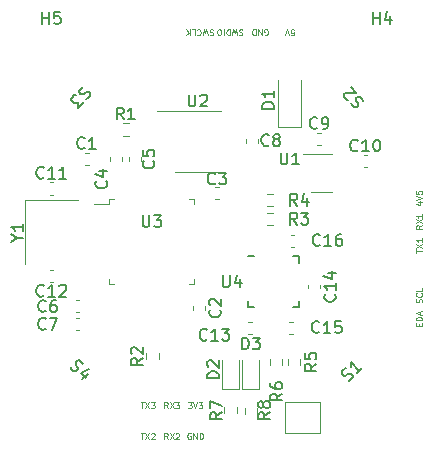
<source format=gbr>
%TF.GenerationSoftware,KiCad,Pcbnew,(5.1.7)-1*%
%TF.CreationDate,2020-10-30T21:16:44-07:00*%
%TF.ProjectId,Drone,44726f6e-652e-46b6-9963-61645f706362,rev?*%
%TF.SameCoordinates,Original*%
%TF.FileFunction,Legend,Top*%
%TF.FilePolarity,Positive*%
%FSLAX46Y46*%
G04 Gerber Fmt 4.6, Leading zero omitted, Abs format (unit mm)*
G04 Created by KiCad (PCBNEW (5.1.7)-1) date 2020-10-30 21:16:44*
%MOMM*%
%LPD*%
G01*
G04 APERTURE LIST*
%ADD10C,0.050000*%
%ADD11C,0.120000*%
%ADD12C,0.150000*%
G04 APERTURE END LIST*
D10*
X86220952Y-59237619D02*
X86149523Y-59213809D01*
X86030476Y-59213809D01*
X85982857Y-59237619D01*
X85959047Y-59261428D01*
X85935238Y-59309047D01*
X85935238Y-59356666D01*
X85959047Y-59404285D01*
X85982857Y-59428095D01*
X86030476Y-59451904D01*
X86125714Y-59475714D01*
X86173333Y-59499523D01*
X86197142Y-59523333D01*
X86220952Y-59570952D01*
X86220952Y-59618571D01*
X86197142Y-59666190D01*
X86173333Y-59690000D01*
X86125714Y-59713809D01*
X86006666Y-59713809D01*
X85935238Y-59690000D01*
X85768571Y-59713809D02*
X85649523Y-59213809D01*
X85554285Y-59570952D01*
X85459047Y-59213809D01*
X85340000Y-59713809D01*
X84863809Y-59261428D02*
X84887619Y-59237619D01*
X84959047Y-59213809D01*
X85006666Y-59213809D01*
X85078095Y-59237619D01*
X85125714Y-59285238D01*
X85149523Y-59332857D01*
X85173333Y-59428095D01*
X85173333Y-59499523D01*
X85149523Y-59594761D01*
X85125714Y-59642380D01*
X85078095Y-59690000D01*
X85006666Y-59713809D01*
X84959047Y-59713809D01*
X84887619Y-59690000D01*
X84863809Y-59666190D01*
X84411428Y-59213809D02*
X84649523Y-59213809D01*
X84649523Y-59713809D01*
X84244761Y-59213809D02*
X84244761Y-59713809D01*
X83959047Y-59213809D02*
X84173333Y-59499523D01*
X83959047Y-59713809D02*
X84244761Y-59428095D01*
X88699523Y-59237619D02*
X88628095Y-59213809D01*
X88509047Y-59213809D01*
X88461428Y-59237619D01*
X88437619Y-59261428D01*
X88413809Y-59309047D01*
X88413809Y-59356666D01*
X88437619Y-59404285D01*
X88461428Y-59428095D01*
X88509047Y-59451904D01*
X88604285Y-59475714D01*
X88651904Y-59499523D01*
X88675714Y-59523333D01*
X88699523Y-59570952D01*
X88699523Y-59618571D01*
X88675714Y-59666190D01*
X88651904Y-59690000D01*
X88604285Y-59713809D01*
X88485238Y-59713809D01*
X88413809Y-59690000D01*
X88247142Y-59713809D02*
X88128095Y-59213809D01*
X88032857Y-59570952D01*
X87937619Y-59213809D01*
X87818571Y-59713809D01*
X87628095Y-59213809D02*
X87628095Y-59713809D01*
X87509047Y-59713809D01*
X87437619Y-59690000D01*
X87390000Y-59642380D01*
X87366190Y-59594761D01*
X87342380Y-59499523D01*
X87342380Y-59428095D01*
X87366190Y-59332857D01*
X87390000Y-59285238D01*
X87437619Y-59237619D01*
X87509047Y-59213809D01*
X87628095Y-59213809D01*
X87128095Y-59213809D02*
X87128095Y-59713809D01*
X86794761Y-59713809D02*
X86699523Y-59713809D01*
X86651904Y-59690000D01*
X86604285Y-59642380D01*
X86580476Y-59547142D01*
X86580476Y-59380476D01*
X86604285Y-59285238D01*
X86651904Y-59237619D01*
X86699523Y-59213809D01*
X86794761Y-59213809D01*
X86842380Y-59237619D01*
X86890000Y-59285238D01*
X86913809Y-59380476D01*
X86913809Y-59547142D01*
X86890000Y-59642380D01*
X86842380Y-59690000D01*
X86794761Y-59713809D01*
X90570952Y-59680000D02*
X90618571Y-59703809D01*
X90690000Y-59703809D01*
X90761428Y-59680000D01*
X90809047Y-59632380D01*
X90832857Y-59584761D01*
X90856666Y-59489523D01*
X90856666Y-59418095D01*
X90832857Y-59322857D01*
X90809047Y-59275238D01*
X90761428Y-59227619D01*
X90690000Y-59203809D01*
X90642380Y-59203809D01*
X90570952Y-59227619D01*
X90547142Y-59251428D01*
X90547142Y-59418095D01*
X90642380Y-59418095D01*
X90332857Y-59203809D02*
X90332857Y-59703809D01*
X90047142Y-59203809D01*
X90047142Y-59703809D01*
X89809047Y-59203809D02*
X89809047Y-59703809D01*
X89690000Y-59703809D01*
X89618571Y-59680000D01*
X89570952Y-59632380D01*
X89547142Y-59584761D01*
X89523333Y-59489523D01*
X89523333Y-59418095D01*
X89547142Y-59322857D01*
X89570952Y-59275238D01*
X89618571Y-59227619D01*
X89690000Y-59203809D01*
X89809047Y-59203809D01*
X92815238Y-59713809D02*
X93053333Y-59713809D01*
X93077142Y-59475714D01*
X93053333Y-59499523D01*
X93005714Y-59523333D01*
X92886666Y-59523333D01*
X92839047Y-59499523D01*
X92815238Y-59475714D01*
X92791428Y-59428095D01*
X92791428Y-59309047D01*
X92815238Y-59261428D01*
X92839047Y-59237619D01*
X92886666Y-59213809D01*
X93005714Y-59213809D01*
X93053333Y-59237619D01*
X93077142Y-59261428D01*
X92648571Y-59713809D02*
X92481904Y-59213809D01*
X92315238Y-59713809D01*
X103572857Y-73857142D02*
X103906190Y-73857142D01*
X103382380Y-73976190D02*
X103739523Y-74095238D01*
X103739523Y-73785714D01*
X103406190Y-73666666D02*
X103906190Y-73500000D01*
X103406190Y-73333333D01*
X103406190Y-72928571D02*
X103406190Y-73166666D01*
X103644285Y-73190476D01*
X103620476Y-73166666D01*
X103596666Y-73119047D01*
X103596666Y-73000000D01*
X103620476Y-72952380D01*
X103644285Y-72928571D01*
X103691904Y-72904761D01*
X103810952Y-72904761D01*
X103858571Y-72928571D01*
X103882380Y-72952380D01*
X103906190Y-73000000D01*
X103906190Y-73119047D01*
X103882380Y-73166666D01*
X103858571Y-73190476D01*
X103906190Y-75821428D02*
X103668095Y-75988095D01*
X103906190Y-76107142D02*
X103406190Y-76107142D01*
X103406190Y-75916666D01*
X103430000Y-75869047D01*
X103453809Y-75845238D01*
X103501428Y-75821428D01*
X103572857Y-75821428D01*
X103620476Y-75845238D01*
X103644285Y-75869047D01*
X103668095Y-75916666D01*
X103668095Y-76107142D01*
X103406190Y-75654761D02*
X103906190Y-75321428D01*
X103406190Y-75321428D02*
X103906190Y-75654761D01*
X103906190Y-74869047D02*
X103906190Y-75154761D01*
X103906190Y-75011904D02*
X103406190Y-75011904D01*
X103477619Y-75059523D01*
X103525238Y-75107142D01*
X103549047Y-75154761D01*
X103406190Y-78119047D02*
X103406190Y-77833333D01*
X103906190Y-77976190D02*
X103406190Y-77976190D01*
X103406190Y-77714285D02*
X103906190Y-77380952D01*
X103406190Y-77380952D02*
X103906190Y-77714285D01*
X103906190Y-76928571D02*
X103906190Y-77214285D01*
X103906190Y-77071428D02*
X103406190Y-77071428D01*
X103477619Y-77119047D01*
X103525238Y-77166666D01*
X103549047Y-77214285D01*
X103882380Y-82345238D02*
X103906190Y-82273809D01*
X103906190Y-82154761D01*
X103882380Y-82107142D01*
X103858571Y-82083333D01*
X103810952Y-82059523D01*
X103763333Y-82059523D01*
X103715714Y-82083333D01*
X103691904Y-82107142D01*
X103668095Y-82154761D01*
X103644285Y-82250000D01*
X103620476Y-82297619D01*
X103596666Y-82321428D01*
X103549047Y-82345238D01*
X103501428Y-82345238D01*
X103453809Y-82321428D01*
X103430000Y-82297619D01*
X103406190Y-82250000D01*
X103406190Y-82130952D01*
X103430000Y-82059523D01*
X103858571Y-81559523D02*
X103882380Y-81583333D01*
X103906190Y-81654761D01*
X103906190Y-81702380D01*
X103882380Y-81773809D01*
X103834761Y-81821428D01*
X103787142Y-81845238D01*
X103691904Y-81869047D01*
X103620476Y-81869047D01*
X103525238Y-81845238D01*
X103477619Y-81821428D01*
X103430000Y-81773809D01*
X103406190Y-81702380D01*
X103406190Y-81654761D01*
X103430000Y-81583333D01*
X103453809Y-81559523D01*
X103906190Y-81107142D02*
X103906190Y-81345238D01*
X103406190Y-81345238D01*
X103644285Y-84321428D02*
X103644285Y-84154761D01*
X103906190Y-84083333D02*
X103906190Y-84321428D01*
X103406190Y-84321428D01*
X103406190Y-84083333D01*
X103906190Y-83869047D02*
X103406190Y-83869047D01*
X103406190Y-83750000D01*
X103430000Y-83678571D01*
X103477619Y-83630952D01*
X103525238Y-83607142D01*
X103620476Y-83583333D01*
X103691904Y-83583333D01*
X103787142Y-83607142D01*
X103834761Y-83630952D01*
X103882380Y-83678571D01*
X103906190Y-83750000D01*
X103906190Y-83869047D01*
X103763333Y-83392857D02*
X103763333Y-83154761D01*
X103906190Y-83440476D02*
X103406190Y-83273809D01*
X103906190Y-83107142D01*
X84080952Y-90806190D02*
X84390476Y-90806190D01*
X84223809Y-90996666D01*
X84295238Y-90996666D01*
X84342857Y-91020476D01*
X84366666Y-91044285D01*
X84390476Y-91091904D01*
X84390476Y-91210952D01*
X84366666Y-91258571D01*
X84342857Y-91282380D01*
X84295238Y-91306190D01*
X84152380Y-91306190D01*
X84104761Y-91282380D01*
X84080952Y-91258571D01*
X84533333Y-90806190D02*
X84700000Y-91306190D01*
X84866666Y-90806190D01*
X84985714Y-90806190D02*
X85295238Y-90806190D01*
X85128571Y-90996666D01*
X85200000Y-90996666D01*
X85247619Y-91020476D01*
X85271428Y-91044285D01*
X85295238Y-91091904D01*
X85295238Y-91210952D01*
X85271428Y-91258571D01*
X85247619Y-91282380D01*
X85200000Y-91306190D01*
X85057142Y-91306190D01*
X85009523Y-91282380D01*
X84985714Y-91258571D01*
X82378571Y-91306190D02*
X82211904Y-91068095D01*
X82092857Y-91306190D02*
X82092857Y-90806190D01*
X82283333Y-90806190D01*
X82330952Y-90830000D01*
X82354761Y-90853809D01*
X82378571Y-90901428D01*
X82378571Y-90972857D01*
X82354761Y-91020476D01*
X82330952Y-91044285D01*
X82283333Y-91068095D01*
X82092857Y-91068095D01*
X82545238Y-90806190D02*
X82878571Y-91306190D01*
X82878571Y-90806190D02*
X82545238Y-91306190D01*
X83021428Y-90806190D02*
X83330952Y-90806190D01*
X83164285Y-90996666D01*
X83235714Y-90996666D01*
X83283333Y-91020476D01*
X83307142Y-91044285D01*
X83330952Y-91091904D01*
X83330952Y-91210952D01*
X83307142Y-91258571D01*
X83283333Y-91282380D01*
X83235714Y-91306190D01*
X83092857Y-91306190D01*
X83045238Y-91282380D01*
X83021428Y-91258571D01*
X80080952Y-90806190D02*
X80366666Y-90806190D01*
X80223809Y-91306190D02*
X80223809Y-90806190D01*
X80485714Y-90806190D02*
X80819047Y-91306190D01*
X80819047Y-90806190D02*
X80485714Y-91306190D01*
X80961904Y-90806190D02*
X81271428Y-90806190D01*
X81104761Y-90996666D01*
X81176190Y-90996666D01*
X81223809Y-91020476D01*
X81247619Y-91044285D01*
X81271428Y-91091904D01*
X81271428Y-91210952D01*
X81247619Y-91258571D01*
X81223809Y-91282380D01*
X81176190Y-91306190D01*
X81033333Y-91306190D01*
X80985714Y-91282380D01*
X80961904Y-91258571D01*
X82378571Y-93906190D02*
X82211904Y-93668095D01*
X82092857Y-93906190D02*
X82092857Y-93406190D01*
X82283333Y-93406190D01*
X82330952Y-93430000D01*
X82354761Y-93453809D01*
X82378571Y-93501428D01*
X82378571Y-93572857D01*
X82354761Y-93620476D01*
X82330952Y-93644285D01*
X82283333Y-93668095D01*
X82092857Y-93668095D01*
X82545238Y-93406190D02*
X82878571Y-93906190D01*
X82878571Y-93406190D02*
X82545238Y-93906190D01*
X83045238Y-93453809D02*
X83069047Y-93430000D01*
X83116666Y-93406190D01*
X83235714Y-93406190D01*
X83283333Y-93430000D01*
X83307142Y-93453809D01*
X83330952Y-93501428D01*
X83330952Y-93549047D01*
X83307142Y-93620476D01*
X83021428Y-93906190D01*
X83330952Y-93906190D01*
X84319047Y-93430000D02*
X84271428Y-93406190D01*
X84200000Y-93406190D01*
X84128571Y-93430000D01*
X84080952Y-93477619D01*
X84057142Y-93525238D01*
X84033333Y-93620476D01*
X84033333Y-93691904D01*
X84057142Y-93787142D01*
X84080952Y-93834761D01*
X84128571Y-93882380D01*
X84200000Y-93906190D01*
X84247619Y-93906190D01*
X84319047Y-93882380D01*
X84342857Y-93858571D01*
X84342857Y-93691904D01*
X84247619Y-93691904D01*
X84557142Y-93906190D02*
X84557142Y-93406190D01*
X84842857Y-93906190D01*
X84842857Y-93406190D01*
X85080952Y-93906190D02*
X85080952Y-93406190D01*
X85200000Y-93406190D01*
X85271428Y-93430000D01*
X85319047Y-93477619D01*
X85342857Y-93525238D01*
X85366666Y-93620476D01*
X85366666Y-93691904D01*
X85342857Y-93787142D01*
X85319047Y-93834761D01*
X85271428Y-93882380D01*
X85200000Y-93906190D01*
X85080952Y-93906190D01*
X80080952Y-93406190D02*
X80366666Y-93406190D01*
X80223809Y-93906190D02*
X80223809Y-93406190D01*
X80485714Y-93406190D02*
X80819047Y-93906190D01*
X80819047Y-93406190D02*
X80485714Y-93906190D01*
X80985714Y-93453809D02*
X81009523Y-93430000D01*
X81057142Y-93406190D01*
X81176190Y-93406190D01*
X81223809Y-93430000D01*
X81247619Y-93453809D01*
X81271428Y-93501428D01*
X81271428Y-93549047D01*
X81247619Y-93620476D01*
X80961904Y-93906190D01*
X81271428Y-93906190D01*
D11*
%TO.C,D1*%
X91700000Y-67450000D02*
X91700000Y-63550000D01*
X93700000Y-67450000D02*
X93700000Y-63550000D01*
X91700000Y-67450000D02*
X93700000Y-67450000D01*
%TO.C,C15*%
X92678733Y-83965000D02*
X92971267Y-83965000D01*
X92678733Y-84985000D02*
X92971267Y-84985000D01*
%TO.C,D2*%
X88435000Y-89685000D02*
X88435000Y-87225000D01*
X86965000Y-89685000D02*
X88435000Y-89685000D01*
X86965000Y-87225000D02*
X86965000Y-89685000D01*
%TO.C,D3*%
X88665000Y-87225000D02*
X88665000Y-89685000D01*
X88665000Y-89685000D02*
X90135000Y-89685000D01*
X90135000Y-89685000D02*
X90135000Y-87225000D01*
%TO.C,Y1*%
X70270000Y-73700000D02*
X70270000Y-79100000D01*
X74770000Y-73700000D02*
X70270000Y-73700000D01*
%TO.C,R1*%
X79067224Y-67177500D02*
X78557776Y-67177500D01*
X79067224Y-68222500D02*
X78557776Y-68222500D01*
%TO.C,R2*%
X80577500Y-86645276D02*
X80577500Y-87154724D01*
X81622500Y-86645276D02*
X81622500Y-87154724D01*
%TO.C,R3*%
X91267224Y-75822500D02*
X90757776Y-75822500D01*
X91267224Y-74777500D02*
X90757776Y-74777500D01*
%TO.C,R4*%
X91254724Y-73177500D02*
X90745276Y-73177500D01*
X91254724Y-74222500D02*
X90745276Y-74222500D01*
%TO.C,R5*%
X93597500Y-87120276D02*
X93597500Y-87629724D01*
X92552500Y-87120276D02*
X92552500Y-87629724D01*
%TO.C,R6*%
X92052499Y-87130277D02*
X92052499Y-87639725D01*
X91007499Y-87130277D02*
X91007499Y-87639725D01*
%TO.C,R7*%
X88222500Y-91232776D02*
X88222500Y-91742224D01*
X87177500Y-91232776D02*
X87177500Y-91742224D01*
%TO.C,R8*%
X88877500Y-91245276D02*
X88877500Y-91754724D01*
X89922500Y-91245276D02*
X89922500Y-91754724D01*
%TO.C,SW1*%
X95275000Y-93400000D02*
X93775000Y-93400000D01*
X95275000Y-93300000D02*
X95275000Y-93400000D01*
X95275000Y-90800000D02*
X95275000Y-93300000D01*
X92275000Y-90800000D02*
X95275000Y-90800000D01*
X92275000Y-93400000D02*
X92275000Y-90800000D01*
X93775000Y-93400000D02*
X92275000Y-93400000D01*
%TO.C,U1*%
X96300000Y-69740000D02*
X93850000Y-69740000D01*
X94500000Y-72960000D02*
X96300000Y-72960000D01*
%TO.C,U2*%
X84900000Y-66140000D02*
X81450000Y-66140000D01*
X84900000Y-66140000D02*
X86850000Y-66140000D01*
X84900000Y-71260000D02*
X82950000Y-71260000D01*
X84900000Y-71260000D02*
X86850000Y-71260000D01*
D12*
%TO.C,U4*%
X93475000Y-78450000D02*
X92950000Y-78450000D01*
X93475000Y-82750000D02*
X92950000Y-82750000D01*
X89175000Y-82750000D02*
X89700000Y-82750000D01*
X89175000Y-78450000D02*
X89700000Y-78450000D01*
X93475000Y-82750000D02*
X93475000Y-82225000D01*
X89175000Y-82750000D02*
X89175000Y-82225000D01*
X93475000Y-78450000D02*
X93475000Y-78975000D01*
D11*
%TO.C,C1*%
X75683767Y-69690000D02*
X75391233Y-69690000D01*
X75683767Y-70710000D02*
X75391233Y-70710000D01*
%TO.C,C2*%
X85510000Y-82653733D02*
X85510000Y-82946267D01*
X84490000Y-82653733D02*
X84490000Y-82946267D01*
%TO.C,C3*%
X86416233Y-72590000D02*
X86708767Y-72590000D01*
X86416233Y-73610000D02*
X86708767Y-73610000D01*
%TO.C,C4*%
X77500000Y-70346267D02*
X77500000Y-70053733D01*
X78520000Y-70346267D02*
X78520000Y-70053733D01*
%TO.C,C5*%
X79100000Y-70343767D02*
X79100000Y-70051233D01*
X80120000Y-70343767D02*
X80120000Y-70051233D01*
%TO.C,C6*%
X74866267Y-82120000D02*
X74573733Y-82120000D01*
X74866267Y-83140000D02*
X74573733Y-83140000D01*
%TO.C,C7*%
X74878767Y-84690000D02*
X74586233Y-84690000D01*
X74878767Y-83670000D02*
X74586233Y-83670000D01*
%TO.C,C8*%
X90010000Y-68808767D02*
X90010000Y-68516233D01*
X88990000Y-68808767D02*
X88990000Y-68516233D01*
%TO.C,C9*%
X95053733Y-69010000D02*
X95346267Y-69010000D01*
X95053733Y-67990000D02*
X95346267Y-67990000D01*
%TO.C,C10*%
X98953733Y-69890000D02*
X99246267Y-69890000D01*
X98953733Y-70910000D02*
X99246267Y-70910000D01*
%TO.C,C11*%
X72373733Y-72190000D02*
X72666267Y-72190000D01*
X72373733Y-73210000D02*
X72666267Y-73210000D01*
%TO.C,C12*%
X72666267Y-79590000D02*
X72373733Y-79590000D01*
X72666267Y-80610000D02*
X72373733Y-80610000D01*
%TO.C,C13*%
X89203733Y-83965000D02*
X89496267Y-83965000D01*
X89203733Y-84985000D02*
X89496267Y-84985000D01*
%TO.C,C14*%
X95310000Y-81158767D02*
X95310000Y-80866233D01*
X94290000Y-81158767D02*
X94290000Y-80866233D01*
%TO.C,C16*%
X92791233Y-77635000D02*
X93083767Y-77635000D01*
X92791233Y-76615000D02*
X93083767Y-76615000D01*
%TO.C,U3*%
X77400000Y-74040000D02*
X76110000Y-74040000D01*
X77400000Y-73590000D02*
X77400000Y-74040000D01*
X77850000Y-73590000D02*
X77400000Y-73590000D01*
X84620000Y-73590000D02*
X84620000Y-74040000D01*
X84170000Y-73590000D02*
X84620000Y-73590000D01*
X77400000Y-80810000D02*
X77400000Y-80360000D01*
X77850000Y-80810000D02*
X77400000Y-80810000D01*
X84620000Y-80810000D02*
X84620000Y-80360000D01*
X84170000Y-80810000D02*
X84620000Y-80810000D01*
%TO.C,S4*%
D12*
X74145042Y-87807461D02*
X74212385Y-87942148D01*
X74380744Y-88110507D01*
X74481759Y-88144179D01*
X74549103Y-88144179D01*
X74650118Y-88110507D01*
X74717461Y-88043164D01*
X74751133Y-87942148D01*
X74751133Y-87874805D01*
X74717461Y-87773790D01*
X74616446Y-87605431D01*
X74582774Y-87504416D01*
X74582774Y-87437072D01*
X74616446Y-87336057D01*
X74683790Y-87268713D01*
X74784805Y-87235042D01*
X74852148Y-87235042D01*
X74953164Y-87268713D01*
X75121522Y-87437072D01*
X75188866Y-87571759D01*
X75592927Y-88379881D02*
X75121522Y-88851286D01*
X75693942Y-87942148D02*
X75020507Y-88278866D01*
X75458240Y-88716599D01*
%TO.C,S3*%
X75222538Y-64095042D02*
X75087851Y-64162385D01*
X74919492Y-64330744D01*
X74885820Y-64431759D01*
X74885820Y-64499103D01*
X74919492Y-64600118D01*
X74986835Y-64667461D01*
X75087851Y-64701133D01*
X75155194Y-64701133D01*
X75256209Y-64667461D01*
X75424568Y-64566446D01*
X75525583Y-64532774D01*
X75592927Y-64532774D01*
X75693942Y-64566446D01*
X75761286Y-64633790D01*
X75794957Y-64734805D01*
X75794957Y-64802148D01*
X75761286Y-64903164D01*
X75592927Y-65071522D01*
X75458240Y-65138866D01*
X75256209Y-65408240D02*
X74818477Y-65845973D01*
X74784805Y-65340896D01*
X74683790Y-65441912D01*
X74582774Y-65475583D01*
X74515431Y-65475583D01*
X74414416Y-65441912D01*
X74246057Y-65273553D01*
X74212385Y-65172538D01*
X74212385Y-65105194D01*
X74246057Y-65004179D01*
X74448087Y-64802148D01*
X74549103Y-64768477D01*
X74616446Y-64768477D01*
%TO.C,S2*%
X98924957Y-65252538D02*
X98857614Y-65117851D01*
X98689255Y-64949492D01*
X98588240Y-64915820D01*
X98520896Y-64915820D01*
X98419881Y-64949492D01*
X98352538Y-65016835D01*
X98318866Y-65117851D01*
X98318866Y-65185194D01*
X98352538Y-65286209D01*
X98453553Y-65454568D01*
X98487225Y-65555583D01*
X98487225Y-65622927D01*
X98453553Y-65723942D01*
X98386209Y-65791286D01*
X98285194Y-65824957D01*
X98217851Y-65824957D01*
X98116835Y-65791286D01*
X97948477Y-65622927D01*
X97881133Y-65488240D01*
X97645431Y-65185194D02*
X97578087Y-65185194D01*
X97477072Y-65151522D01*
X97308713Y-64983164D01*
X97275042Y-64882148D01*
X97275042Y-64814805D01*
X97308713Y-64713790D01*
X97376057Y-64646446D01*
X97510744Y-64579103D01*
X98318866Y-64579103D01*
X97881133Y-64141370D01*
%TO.C,S1*%
X97697461Y-88974957D02*
X97832148Y-88907614D01*
X98000507Y-88739255D01*
X98034179Y-88638240D01*
X98034179Y-88570896D01*
X98000507Y-88469881D01*
X97933164Y-88402538D01*
X97832148Y-88368866D01*
X97764805Y-88368866D01*
X97663790Y-88402538D01*
X97495431Y-88503553D01*
X97394416Y-88537225D01*
X97327072Y-88537225D01*
X97226057Y-88503553D01*
X97158713Y-88436209D01*
X97125042Y-88335194D01*
X97125042Y-88267851D01*
X97158713Y-88166835D01*
X97327072Y-87998477D01*
X97461759Y-87931133D01*
X98808629Y-87931133D02*
X98404568Y-88335194D01*
X98606599Y-88133164D02*
X97899492Y-87426057D01*
X97933164Y-87594416D01*
X97933164Y-87729103D01*
X97899492Y-87830118D01*
%TO.C,D1*%
X91352380Y-65938095D02*
X90352380Y-65938095D01*
X90352380Y-65700000D01*
X90400000Y-65557142D01*
X90495238Y-65461904D01*
X90590476Y-65414285D01*
X90780952Y-65366666D01*
X90923809Y-65366666D01*
X91114285Y-65414285D01*
X91209523Y-65461904D01*
X91304761Y-65557142D01*
X91352380Y-65700000D01*
X91352380Y-65938095D01*
X91352380Y-64414285D02*
X91352380Y-64985714D01*
X91352380Y-64700000D02*
X90352380Y-64700000D01*
X90495238Y-64795238D01*
X90590476Y-64890476D01*
X90638095Y-64985714D01*
%TO.C,C15*%
X95197142Y-84837142D02*
X95149523Y-84884761D01*
X95006666Y-84932380D01*
X94911428Y-84932380D01*
X94768571Y-84884761D01*
X94673333Y-84789523D01*
X94625714Y-84694285D01*
X94578095Y-84503809D01*
X94578095Y-84360952D01*
X94625714Y-84170476D01*
X94673333Y-84075238D01*
X94768571Y-83980000D01*
X94911428Y-83932380D01*
X95006666Y-83932380D01*
X95149523Y-83980000D01*
X95197142Y-84027619D01*
X96149523Y-84932380D02*
X95578095Y-84932380D01*
X95863809Y-84932380D02*
X95863809Y-83932380D01*
X95768571Y-84075238D01*
X95673333Y-84170476D01*
X95578095Y-84218095D01*
X97054285Y-83932380D02*
X96578095Y-83932380D01*
X96530476Y-84408571D01*
X96578095Y-84360952D01*
X96673333Y-84313333D01*
X96911428Y-84313333D01*
X97006666Y-84360952D01*
X97054285Y-84408571D01*
X97101904Y-84503809D01*
X97101904Y-84741904D01*
X97054285Y-84837142D01*
X97006666Y-84884761D01*
X96911428Y-84932380D01*
X96673333Y-84932380D01*
X96578095Y-84884761D01*
X96530476Y-84837142D01*
%TO.C,H5*%
X71738095Y-58752380D02*
X71738095Y-57752380D01*
X71738095Y-58228571D02*
X72309523Y-58228571D01*
X72309523Y-58752380D02*
X72309523Y-57752380D01*
X73261904Y-57752380D02*
X72785714Y-57752380D01*
X72738095Y-58228571D01*
X72785714Y-58180952D01*
X72880952Y-58133333D01*
X73119047Y-58133333D01*
X73214285Y-58180952D01*
X73261904Y-58228571D01*
X73309523Y-58323809D01*
X73309523Y-58561904D01*
X73261904Y-58657142D01*
X73214285Y-58704761D01*
X73119047Y-58752380D01*
X72880952Y-58752380D01*
X72785714Y-58704761D01*
X72738095Y-58657142D01*
%TO.C,D2*%
X86722380Y-88763095D02*
X85722380Y-88763095D01*
X85722380Y-88525000D01*
X85770000Y-88382142D01*
X85865238Y-88286904D01*
X85960476Y-88239285D01*
X86150952Y-88191666D01*
X86293809Y-88191666D01*
X86484285Y-88239285D01*
X86579523Y-88286904D01*
X86674761Y-88382142D01*
X86722380Y-88525000D01*
X86722380Y-88763095D01*
X85817619Y-87810714D02*
X85770000Y-87763095D01*
X85722380Y-87667857D01*
X85722380Y-87429761D01*
X85770000Y-87334523D01*
X85817619Y-87286904D01*
X85912857Y-87239285D01*
X86008095Y-87239285D01*
X86150952Y-87286904D01*
X86722380Y-87858333D01*
X86722380Y-87239285D01*
%TO.C,D3*%
X88661904Y-86322380D02*
X88661904Y-85322380D01*
X88900000Y-85322380D01*
X89042857Y-85370000D01*
X89138095Y-85465238D01*
X89185714Y-85560476D01*
X89233333Y-85750952D01*
X89233333Y-85893809D01*
X89185714Y-86084285D01*
X89138095Y-86179523D01*
X89042857Y-86274761D01*
X88900000Y-86322380D01*
X88661904Y-86322380D01*
X89566666Y-85322380D02*
X90185714Y-85322380D01*
X89852380Y-85703333D01*
X89995238Y-85703333D01*
X90090476Y-85750952D01*
X90138095Y-85798571D01*
X90185714Y-85893809D01*
X90185714Y-86131904D01*
X90138095Y-86227142D01*
X90090476Y-86274761D01*
X89995238Y-86322380D01*
X89709523Y-86322380D01*
X89614285Y-86274761D01*
X89566666Y-86227142D01*
%TO.C,H4*%
X99738095Y-58752380D02*
X99738095Y-57752380D01*
X99738095Y-58228571D02*
X100309523Y-58228571D01*
X100309523Y-58752380D02*
X100309523Y-57752380D01*
X101214285Y-58085714D02*
X101214285Y-58752380D01*
X100976190Y-57704761D02*
X100738095Y-58419047D01*
X101357142Y-58419047D01*
%TO.C,Y1*%
X69646190Y-76876190D02*
X70122380Y-76876190D01*
X69122380Y-77209523D02*
X69646190Y-76876190D01*
X69122380Y-76542857D01*
X70122380Y-75685714D02*
X70122380Y-76257142D01*
X70122380Y-75971428D02*
X69122380Y-75971428D01*
X69265238Y-76066666D01*
X69360476Y-76161904D01*
X69408095Y-76257142D01*
%TO.C,R1*%
X78633333Y-66852380D02*
X78300000Y-66376190D01*
X78061904Y-66852380D02*
X78061904Y-65852380D01*
X78442857Y-65852380D01*
X78538095Y-65900000D01*
X78585714Y-65947619D01*
X78633333Y-66042857D01*
X78633333Y-66185714D01*
X78585714Y-66280952D01*
X78538095Y-66328571D01*
X78442857Y-66376190D01*
X78061904Y-66376190D01*
X79585714Y-66852380D02*
X79014285Y-66852380D01*
X79300000Y-66852380D02*
X79300000Y-65852380D01*
X79204761Y-65995238D01*
X79109523Y-66090476D01*
X79014285Y-66138095D01*
%TO.C,R2*%
X80252380Y-87066666D02*
X79776190Y-87400000D01*
X80252380Y-87638095D02*
X79252380Y-87638095D01*
X79252380Y-87257142D01*
X79300000Y-87161904D01*
X79347619Y-87114285D01*
X79442857Y-87066666D01*
X79585714Y-87066666D01*
X79680952Y-87114285D01*
X79728571Y-87161904D01*
X79776190Y-87257142D01*
X79776190Y-87638095D01*
X79347619Y-86685714D02*
X79300000Y-86638095D01*
X79252380Y-86542857D01*
X79252380Y-86304761D01*
X79300000Y-86209523D01*
X79347619Y-86161904D01*
X79442857Y-86114285D01*
X79538095Y-86114285D01*
X79680952Y-86161904D01*
X80252380Y-86733333D01*
X80252380Y-86114285D01*
%TO.C,R3*%
X93333333Y-75752380D02*
X93000000Y-75276190D01*
X92761904Y-75752380D02*
X92761904Y-74752380D01*
X93142857Y-74752380D01*
X93238095Y-74800000D01*
X93285714Y-74847619D01*
X93333333Y-74942857D01*
X93333333Y-75085714D01*
X93285714Y-75180952D01*
X93238095Y-75228571D01*
X93142857Y-75276190D01*
X92761904Y-75276190D01*
X93666666Y-74752380D02*
X94285714Y-74752380D01*
X93952380Y-75133333D01*
X94095238Y-75133333D01*
X94190476Y-75180952D01*
X94238095Y-75228571D01*
X94285714Y-75323809D01*
X94285714Y-75561904D01*
X94238095Y-75657142D01*
X94190476Y-75704761D01*
X94095238Y-75752380D01*
X93809523Y-75752380D01*
X93714285Y-75704761D01*
X93666666Y-75657142D01*
%TO.C,R4*%
X93333333Y-74152380D02*
X93000000Y-73676190D01*
X92761904Y-74152380D02*
X92761904Y-73152380D01*
X93142857Y-73152380D01*
X93238095Y-73200000D01*
X93285714Y-73247619D01*
X93333333Y-73342857D01*
X93333333Y-73485714D01*
X93285714Y-73580952D01*
X93238095Y-73628571D01*
X93142857Y-73676190D01*
X92761904Y-73676190D01*
X94190476Y-73485714D02*
X94190476Y-74152380D01*
X93952380Y-73104761D02*
X93714285Y-73819047D01*
X94333333Y-73819047D01*
%TO.C,R5*%
X94957380Y-87541666D02*
X94481190Y-87875000D01*
X94957380Y-88113095D02*
X93957380Y-88113095D01*
X93957380Y-87732142D01*
X94005000Y-87636904D01*
X94052619Y-87589285D01*
X94147857Y-87541666D01*
X94290714Y-87541666D01*
X94385952Y-87589285D01*
X94433571Y-87636904D01*
X94481190Y-87732142D01*
X94481190Y-88113095D01*
X93957380Y-86636904D02*
X93957380Y-87113095D01*
X94433571Y-87160714D01*
X94385952Y-87113095D01*
X94338333Y-87017857D01*
X94338333Y-86779761D01*
X94385952Y-86684523D01*
X94433571Y-86636904D01*
X94528809Y-86589285D01*
X94766904Y-86589285D01*
X94862142Y-86636904D01*
X94909761Y-86684523D01*
X94957380Y-86779761D01*
X94957380Y-87017857D01*
X94909761Y-87113095D01*
X94862142Y-87160714D01*
%TO.C,R6*%
X92072380Y-90056666D02*
X91596190Y-90390000D01*
X92072380Y-90628095D02*
X91072380Y-90628095D01*
X91072380Y-90247142D01*
X91120000Y-90151904D01*
X91167619Y-90104285D01*
X91262857Y-90056666D01*
X91405714Y-90056666D01*
X91500952Y-90104285D01*
X91548571Y-90151904D01*
X91596190Y-90247142D01*
X91596190Y-90628095D01*
X91072380Y-89199523D02*
X91072380Y-89390000D01*
X91120000Y-89485238D01*
X91167619Y-89532857D01*
X91310476Y-89628095D01*
X91500952Y-89675714D01*
X91881904Y-89675714D01*
X91977142Y-89628095D01*
X92024761Y-89580476D01*
X92072380Y-89485238D01*
X92072380Y-89294761D01*
X92024761Y-89199523D01*
X91977142Y-89151904D01*
X91881904Y-89104285D01*
X91643809Y-89104285D01*
X91548571Y-89151904D01*
X91500952Y-89199523D01*
X91453333Y-89294761D01*
X91453333Y-89485238D01*
X91500952Y-89580476D01*
X91548571Y-89628095D01*
X91643809Y-89675714D01*
%TO.C,R7*%
X86962380Y-91656666D02*
X86486190Y-91990000D01*
X86962380Y-92228095D02*
X85962380Y-92228095D01*
X85962380Y-91847142D01*
X86010000Y-91751904D01*
X86057619Y-91704285D01*
X86152857Y-91656666D01*
X86295714Y-91656666D01*
X86390952Y-91704285D01*
X86438571Y-91751904D01*
X86486190Y-91847142D01*
X86486190Y-92228095D01*
X85962380Y-91323333D02*
X85962380Y-90656666D01*
X86962380Y-91085238D01*
%TO.C,R8*%
X91042380Y-91656666D02*
X90566190Y-91990000D01*
X91042380Y-92228095D02*
X90042380Y-92228095D01*
X90042380Y-91847142D01*
X90090000Y-91751904D01*
X90137619Y-91704285D01*
X90232857Y-91656666D01*
X90375714Y-91656666D01*
X90470952Y-91704285D01*
X90518571Y-91751904D01*
X90566190Y-91847142D01*
X90566190Y-92228095D01*
X90470952Y-91085238D02*
X90423333Y-91180476D01*
X90375714Y-91228095D01*
X90280476Y-91275714D01*
X90232857Y-91275714D01*
X90137619Y-91228095D01*
X90090000Y-91180476D01*
X90042380Y-91085238D01*
X90042380Y-90894761D01*
X90090000Y-90799523D01*
X90137619Y-90751904D01*
X90232857Y-90704285D01*
X90280476Y-90704285D01*
X90375714Y-90751904D01*
X90423333Y-90799523D01*
X90470952Y-90894761D01*
X90470952Y-91085238D01*
X90518571Y-91180476D01*
X90566190Y-91228095D01*
X90661428Y-91275714D01*
X90851904Y-91275714D01*
X90947142Y-91228095D01*
X90994761Y-91180476D01*
X91042380Y-91085238D01*
X91042380Y-90894761D01*
X90994761Y-90799523D01*
X90947142Y-90751904D01*
X90851904Y-90704285D01*
X90661428Y-90704285D01*
X90566190Y-90751904D01*
X90518571Y-90799523D01*
X90470952Y-90894761D01*
%TO.C,U1*%
X91938095Y-69652380D02*
X91938095Y-70461904D01*
X91985714Y-70557142D01*
X92033333Y-70604761D01*
X92128571Y-70652380D01*
X92319047Y-70652380D01*
X92414285Y-70604761D01*
X92461904Y-70557142D01*
X92509523Y-70461904D01*
X92509523Y-69652380D01*
X93509523Y-70652380D02*
X92938095Y-70652380D01*
X93223809Y-70652380D02*
X93223809Y-69652380D01*
X93128571Y-69795238D01*
X93033333Y-69890476D01*
X92938095Y-69938095D01*
%TO.C,U2*%
X84138095Y-64752380D02*
X84138095Y-65561904D01*
X84185714Y-65657142D01*
X84233333Y-65704761D01*
X84328571Y-65752380D01*
X84519047Y-65752380D01*
X84614285Y-65704761D01*
X84661904Y-65657142D01*
X84709523Y-65561904D01*
X84709523Y-64752380D01*
X85138095Y-64847619D02*
X85185714Y-64800000D01*
X85280952Y-64752380D01*
X85519047Y-64752380D01*
X85614285Y-64800000D01*
X85661904Y-64847619D01*
X85709523Y-64942857D01*
X85709523Y-65038095D01*
X85661904Y-65180952D01*
X85090476Y-65752380D01*
X85709523Y-65752380D01*
%TO.C,U4*%
X87038095Y-80052380D02*
X87038095Y-80861904D01*
X87085714Y-80957142D01*
X87133333Y-81004761D01*
X87228571Y-81052380D01*
X87419047Y-81052380D01*
X87514285Y-81004761D01*
X87561904Y-80957142D01*
X87609523Y-80861904D01*
X87609523Y-80052380D01*
X88514285Y-80385714D02*
X88514285Y-81052380D01*
X88276190Y-80004761D02*
X88038095Y-80719047D01*
X88657142Y-80719047D01*
%TO.C,C1*%
X75333333Y-69257142D02*
X75285714Y-69304761D01*
X75142857Y-69352380D01*
X75047619Y-69352380D01*
X74904761Y-69304761D01*
X74809523Y-69209523D01*
X74761904Y-69114285D01*
X74714285Y-68923809D01*
X74714285Y-68780952D01*
X74761904Y-68590476D01*
X74809523Y-68495238D01*
X74904761Y-68400000D01*
X75047619Y-68352380D01*
X75142857Y-68352380D01*
X75285714Y-68400000D01*
X75333333Y-68447619D01*
X76285714Y-69352380D02*
X75714285Y-69352380D01*
X76000000Y-69352380D02*
X76000000Y-68352380D01*
X75904761Y-68495238D01*
X75809523Y-68590476D01*
X75714285Y-68638095D01*
%TO.C,C2*%
X86787142Y-82966666D02*
X86834761Y-83014285D01*
X86882380Y-83157142D01*
X86882380Y-83252380D01*
X86834761Y-83395238D01*
X86739523Y-83490476D01*
X86644285Y-83538095D01*
X86453809Y-83585714D01*
X86310952Y-83585714D01*
X86120476Y-83538095D01*
X86025238Y-83490476D01*
X85930000Y-83395238D01*
X85882380Y-83252380D01*
X85882380Y-83157142D01*
X85930000Y-83014285D01*
X85977619Y-82966666D01*
X85977619Y-82585714D02*
X85930000Y-82538095D01*
X85882380Y-82442857D01*
X85882380Y-82204761D01*
X85930000Y-82109523D01*
X85977619Y-82061904D01*
X86072857Y-82014285D01*
X86168095Y-82014285D01*
X86310952Y-82061904D01*
X86882380Y-82633333D01*
X86882380Y-82014285D01*
%TO.C,C3*%
X86395833Y-72257142D02*
X86348214Y-72304761D01*
X86205357Y-72352380D01*
X86110119Y-72352380D01*
X85967261Y-72304761D01*
X85872023Y-72209523D01*
X85824404Y-72114285D01*
X85776785Y-71923809D01*
X85776785Y-71780952D01*
X85824404Y-71590476D01*
X85872023Y-71495238D01*
X85967261Y-71400000D01*
X86110119Y-71352380D01*
X86205357Y-71352380D01*
X86348214Y-71400000D01*
X86395833Y-71447619D01*
X86729166Y-71352380D02*
X87348214Y-71352380D01*
X87014880Y-71733333D01*
X87157738Y-71733333D01*
X87252976Y-71780952D01*
X87300595Y-71828571D01*
X87348214Y-71923809D01*
X87348214Y-72161904D01*
X87300595Y-72257142D01*
X87252976Y-72304761D01*
X87157738Y-72352380D01*
X86872023Y-72352380D01*
X86776785Y-72304761D01*
X86729166Y-72257142D01*
%TO.C,C4*%
X77157142Y-72066666D02*
X77204761Y-72114285D01*
X77252380Y-72257142D01*
X77252380Y-72352380D01*
X77204761Y-72495238D01*
X77109523Y-72590476D01*
X77014285Y-72638095D01*
X76823809Y-72685714D01*
X76680952Y-72685714D01*
X76490476Y-72638095D01*
X76395238Y-72590476D01*
X76300000Y-72495238D01*
X76252380Y-72352380D01*
X76252380Y-72257142D01*
X76300000Y-72114285D01*
X76347619Y-72066666D01*
X76585714Y-71209523D02*
X77252380Y-71209523D01*
X76204761Y-71447619D02*
X76919047Y-71685714D01*
X76919047Y-71066666D01*
%TO.C,C5*%
X81157142Y-70364166D02*
X81204761Y-70411785D01*
X81252380Y-70554642D01*
X81252380Y-70649880D01*
X81204761Y-70792738D01*
X81109523Y-70887976D01*
X81014285Y-70935595D01*
X80823809Y-70983214D01*
X80680952Y-70983214D01*
X80490476Y-70935595D01*
X80395238Y-70887976D01*
X80300000Y-70792738D01*
X80252380Y-70649880D01*
X80252380Y-70554642D01*
X80300000Y-70411785D01*
X80347619Y-70364166D01*
X80252380Y-69459404D02*
X80252380Y-69935595D01*
X80728571Y-69983214D01*
X80680952Y-69935595D01*
X80633333Y-69840357D01*
X80633333Y-69602261D01*
X80680952Y-69507023D01*
X80728571Y-69459404D01*
X80823809Y-69411785D01*
X81061904Y-69411785D01*
X81157142Y-69459404D01*
X81204761Y-69507023D01*
X81252380Y-69602261D01*
X81252380Y-69840357D01*
X81204761Y-69935595D01*
X81157142Y-69983214D01*
%TO.C,C6*%
X72033333Y-83057142D02*
X71985714Y-83104761D01*
X71842857Y-83152380D01*
X71747619Y-83152380D01*
X71604761Y-83104761D01*
X71509523Y-83009523D01*
X71461904Y-82914285D01*
X71414285Y-82723809D01*
X71414285Y-82580952D01*
X71461904Y-82390476D01*
X71509523Y-82295238D01*
X71604761Y-82200000D01*
X71747619Y-82152380D01*
X71842857Y-82152380D01*
X71985714Y-82200000D01*
X72033333Y-82247619D01*
X72890476Y-82152380D02*
X72700000Y-82152380D01*
X72604761Y-82200000D01*
X72557142Y-82247619D01*
X72461904Y-82390476D01*
X72414285Y-82580952D01*
X72414285Y-82961904D01*
X72461904Y-83057142D01*
X72509523Y-83104761D01*
X72604761Y-83152380D01*
X72795238Y-83152380D01*
X72890476Y-83104761D01*
X72938095Y-83057142D01*
X72985714Y-82961904D01*
X72985714Y-82723809D01*
X72938095Y-82628571D01*
X72890476Y-82580952D01*
X72795238Y-82533333D01*
X72604761Y-82533333D01*
X72509523Y-82580952D01*
X72461904Y-82628571D01*
X72414285Y-82723809D01*
%TO.C,C7*%
X72033333Y-84557142D02*
X71985714Y-84604761D01*
X71842857Y-84652380D01*
X71747619Y-84652380D01*
X71604761Y-84604761D01*
X71509523Y-84509523D01*
X71461904Y-84414285D01*
X71414285Y-84223809D01*
X71414285Y-84080952D01*
X71461904Y-83890476D01*
X71509523Y-83795238D01*
X71604761Y-83700000D01*
X71747619Y-83652380D01*
X71842857Y-83652380D01*
X71985714Y-83700000D01*
X72033333Y-83747619D01*
X72366666Y-83652380D02*
X73033333Y-83652380D01*
X72604761Y-84652380D01*
%TO.C,C8*%
X90933333Y-69019642D02*
X90885714Y-69067261D01*
X90742857Y-69114880D01*
X90647619Y-69114880D01*
X90504761Y-69067261D01*
X90409523Y-68972023D01*
X90361904Y-68876785D01*
X90314285Y-68686309D01*
X90314285Y-68543452D01*
X90361904Y-68352976D01*
X90409523Y-68257738D01*
X90504761Y-68162500D01*
X90647619Y-68114880D01*
X90742857Y-68114880D01*
X90885714Y-68162500D01*
X90933333Y-68210119D01*
X91504761Y-68543452D02*
X91409523Y-68495833D01*
X91361904Y-68448214D01*
X91314285Y-68352976D01*
X91314285Y-68305357D01*
X91361904Y-68210119D01*
X91409523Y-68162500D01*
X91504761Y-68114880D01*
X91695238Y-68114880D01*
X91790476Y-68162500D01*
X91838095Y-68210119D01*
X91885714Y-68305357D01*
X91885714Y-68352976D01*
X91838095Y-68448214D01*
X91790476Y-68495833D01*
X91695238Y-68543452D01*
X91504761Y-68543452D01*
X91409523Y-68591071D01*
X91361904Y-68638690D01*
X91314285Y-68733928D01*
X91314285Y-68924404D01*
X91361904Y-69019642D01*
X91409523Y-69067261D01*
X91504761Y-69114880D01*
X91695238Y-69114880D01*
X91790476Y-69067261D01*
X91838095Y-69019642D01*
X91885714Y-68924404D01*
X91885714Y-68733928D01*
X91838095Y-68638690D01*
X91790476Y-68591071D01*
X91695238Y-68543452D01*
%TO.C,C9*%
X95033333Y-67557142D02*
X94985714Y-67604761D01*
X94842857Y-67652380D01*
X94747619Y-67652380D01*
X94604761Y-67604761D01*
X94509523Y-67509523D01*
X94461904Y-67414285D01*
X94414285Y-67223809D01*
X94414285Y-67080952D01*
X94461904Y-66890476D01*
X94509523Y-66795238D01*
X94604761Y-66700000D01*
X94747619Y-66652380D01*
X94842857Y-66652380D01*
X94985714Y-66700000D01*
X95033333Y-66747619D01*
X95509523Y-67652380D02*
X95700000Y-67652380D01*
X95795238Y-67604761D01*
X95842857Y-67557142D01*
X95938095Y-67414285D01*
X95985714Y-67223809D01*
X95985714Y-66842857D01*
X95938095Y-66747619D01*
X95890476Y-66700000D01*
X95795238Y-66652380D01*
X95604761Y-66652380D01*
X95509523Y-66700000D01*
X95461904Y-66747619D01*
X95414285Y-66842857D01*
X95414285Y-67080952D01*
X95461904Y-67176190D01*
X95509523Y-67223809D01*
X95604761Y-67271428D01*
X95795238Y-67271428D01*
X95890476Y-67223809D01*
X95938095Y-67176190D01*
X95985714Y-67080952D01*
%TO.C,C10*%
X98457142Y-69457142D02*
X98409523Y-69504761D01*
X98266666Y-69552380D01*
X98171428Y-69552380D01*
X98028571Y-69504761D01*
X97933333Y-69409523D01*
X97885714Y-69314285D01*
X97838095Y-69123809D01*
X97838095Y-68980952D01*
X97885714Y-68790476D01*
X97933333Y-68695238D01*
X98028571Y-68600000D01*
X98171428Y-68552380D01*
X98266666Y-68552380D01*
X98409523Y-68600000D01*
X98457142Y-68647619D01*
X99409523Y-69552380D02*
X98838095Y-69552380D01*
X99123809Y-69552380D02*
X99123809Y-68552380D01*
X99028571Y-68695238D01*
X98933333Y-68790476D01*
X98838095Y-68838095D01*
X100028571Y-68552380D02*
X100123809Y-68552380D01*
X100219047Y-68600000D01*
X100266666Y-68647619D01*
X100314285Y-68742857D01*
X100361904Y-68933333D01*
X100361904Y-69171428D01*
X100314285Y-69361904D01*
X100266666Y-69457142D01*
X100219047Y-69504761D01*
X100123809Y-69552380D01*
X100028571Y-69552380D01*
X99933333Y-69504761D01*
X99885714Y-69457142D01*
X99838095Y-69361904D01*
X99790476Y-69171428D01*
X99790476Y-68933333D01*
X99838095Y-68742857D01*
X99885714Y-68647619D01*
X99933333Y-68600000D01*
X100028571Y-68552380D01*
%TO.C,C11*%
X71877142Y-71757142D02*
X71829523Y-71804761D01*
X71686666Y-71852380D01*
X71591428Y-71852380D01*
X71448571Y-71804761D01*
X71353333Y-71709523D01*
X71305714Y-71614285D01*
X71258095Y-71423809D01*
X71258095Y-71280952D01*
X71305714Y-71090476D01*
X71353333Y-70995238D01*
X71448571Y-70900000D01*
X71591428Y-70852380D01*
X71686666Y-70852380D01*
X71829523Y-70900000D01*
X71877142Y-70947619D01*
X72829523Y-71852380D02*
X72258095Y-71852380D01*
X72543809Y-71852380D02*
X72543809Y-70852380D01*
X72448571Y-70995238D01*
X72353333Y-71090476D01*
X72258095Y-71138095D01*
X73781904Y-71852380D02*
X73210476Y-71852380D01*
X73496190Y-71852380D02*
X73496190Y-70852380D01*
X73400952Y-70995238D01*
X73305714Y-71090476D01*
X73210476Y-71138095D01*
%TO.C,C12*%
X71877142Y-81757142D02*
X71829523Y-81804761D01*
X71686666Y-81852380D01*
X71591428Y-81852380D01*
X71448571Y-81804761D01*
X71353333Y-81709523D01*
X71305714Y-81614285D01*
X71258095Y-81423809D01*
X71258095Y-81280952D01*
X71305714Y-81090476D01*
X71353333Y-80995238D01*
X71448571Y-80900000D01*
X71591428Y-80852380D01*
X71686666Y-80852380D01*
X71829523Y-80900000D01*
X71877142Y-80947619D01*
X72829523Y-81852380D02*
X72258095Y-81852380D01*
X72543809Y-81852380D02*
X72543809Y-80852380D01*
X72448571Y-80995238D01*
X72353333Y-81090476D01*
X72258095Y-81138095D01*
X73210476Y-80947619D02*
X73258095Y-80900000D01*
X73353333Y-80852380D01*
X73591428Y-80852380D01*
X73686666Y-80900000D01*
X73734285Y-80947619D01*
X73781904Y-81042857D01*
X73781904Y-81138095D01*
X73734285Y-81280952D01*
X73162857Y-81852380D01*
X73781904Y-81852380D01*
%TO.C,C13*%
X85687142Y-85477142D02*
X85639523Y-85524761D01*
X85496666Y-85572380D01*
X85401428Y-85572380D01*
X85258571Y-85524761D01*
X85163333Y-85429523D01*
X85115714Y-85334285D01*
X85068095Y-85143809D01*
X85068095Y-85000952D01*
X85115714Y-84810476D01*
X85163333Y-84715238D01*
X85258571Y-84620000D01*
X85401428Y-84572380D01*
X85496666Y-84572380D01*
X85639523Y-84620000D01*
X85687142Y-84667619D01*
X86639523Y-85572380D02*
X86068095Y-85572380D01*
X86353809Y-85572380D02*
X86353809Y-84572380D01*
X86258571Y-84715238D01*
X86163333Y-84810476D01*
X86068095Y-84858095D01*
X86972857Y-84572380D02*
X87591904Y-84572380D01*
X87258571Y-84953333D01*
X87401428Y-84953333D01*
X87496666Y-85000952D01*
X87544285Y-85048571D01*
X87591904Y-85143809D01*
X87591904Y-85381904D01*
X87544285Y-85477142D01*
X87496666Y-85524761D01*
X87401428Y-85572380D01*
X87115714Y-85572380D01*
X87020476Y-85524761D01*
X86972857Y-85477142D01*
%TO.C,C14*%
X96507142Y-81652857D02*
X96554761Y-81700476D01*
X96602380Y-81843333D01*
X96602380Y-81938571D01*
X96554761Y-82081428D01*
X96459523Y-82176666D01*
X96364285Y-82224285D01*
X96173809Y-82271904D01*
X96030952Y-82271904D01*
X95840476Y-82224285D01*
X95745238Y-82176666D01*
X95650000Y-82081428D01*
X95602380Y-81938571D01*
X95602380Y-81843333D01*
X95650000Y-81700476D01*
X95697619Y-81652857D01*
X96602380Y-80700476D02*
X96602380Y-81271904D01*
X96602380Y-80986190D02*
X95602380Y-80986190D01*
X95745238Y-81081428D01*
X95840476Y-81176666D01*
X95888095Y-81271904D01*
X95935714Y-79843333D02*
X96602380Y-79843333D01*
X95554761Y-80081428D02*
X96269047Y-80319523D01*
X96269047Y-79700476D01*
%TO.C,C16*%
X95257142Y-77457142D02*
X95209523Y-77504761D01*
X95066666Y-77552380D01*
X94971428Y-77552380D01*
X94828571Y-77504761D01*
X94733333Y-77409523D01*
X94685714Y-77314285D01*
X94638095Y-77123809D01*
X94638095Y-76980952D01*
X94685714Y-76790476D01*
X94733333Y-76695238D01*
X94828571Y-76600000D01*
X94971428Y-76552380D01*
X95066666Y-76552380D01*
X95209523Y-76600000D01*
X95257142Y-76647619D01*
X96209523Y-77552380D02*
X95638095Y-77552380D01*
X95923809Y-77552380D02*
X95923809Y-76552380D01*
X95828571Y-76695238D01*
X95733333Y-76790476D01*
X95638095Y-76838095D01*
X97066666Y-76552380D02*
X96876190Y-76552380D01*
X96780952Y-76600000D01*
X96733333Y-76647619D01*
X96638095Y-76790476D01*
X96590476Y-76980952D01*
X96590476Y-77361904D01*
X96638095Y-77457142D01*
X96685714Y-77504761D01*
X96780952Y-77552380D01*
X96971428Y-77552380D01*
X97066666Y-77504761D01*
X97114285Y-77457142D01*
X97161904Y-77361904D01*
X97161904Y-77123809D01*
X97114285Y-77028571D01*
X97066666Y-76980952D01*
X96971428Y-76933333D01*
X96780952Y-76933333D01*
X96685714Y-76980952D01*
X96638095Y-77028571D01*
X96590476Y-77123809D01*
%TO.C,U3*%
X80248095Y-74952380D02*
X80248095Y-75761904D01*
X80295714Y-75857142D01*
X80343333Y-75904761D01*
X80438571Y-75952380D01*
X80629047Y-75952380D01*
X80724285Y-75904761D01*
X80771904Y-75857142D01*
X80819523Y-75761904D01*
X80819523Y-74952380D01*
X81200476Y-74952380D02*
X81819523Y-74952380D01*
X81486190Y-75333333D01*
X81629047Y-75333333D01*
X81724285Y-75380952D01*
X81771904Y-75428571D01*
X81819523Y-75523809D01*
X81819523Y-75761904D01*
X81771904Y-75857142D01*
X81724285Y-75904761D01*
X81629047Y-75952380D01*
X81343333Y-75952380D01*
X81248095Y-75904761D01*
X81200476Y-75857142D01*
%TD*%
M02*

</source>
